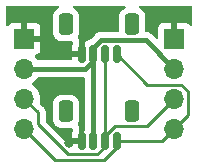
<source format=gbr>
%TF.GenerationSoftware,KiCad,Pcbnew,(6.0.7)*%
%TF.CreationDate,2023-02-25T22:11:09-06:00*%
%TF.ProjectId,4PinJstShBreakout,3450696e-4a73-4745-9368-427265616b6f,rev?*%
%TF.SameCoordinates,Original*%
%TF.FileFunction,Copper,L1,Top*%
%TF.FilePolarity,Positive*%
%FSLAX46Y46*%
G04 Gerber Fmt 4.6, Leading zero omitted, Abs format (unit mm)*
G04 Created by KiCad (PCBNEW (6.0.7)) date 2023-02-25 22:11:09*
%MOMM*%
%LPD*%
G01*
G04 APERTURE LIST*
G04 Aperture macros list*
%AMRoundRect*
0 Rectangle with rounded corners*
0 $1 Rounding radius*
0 $2 $3 $4 $5 $6 $7 $8 $9 X,Y pos of 4 corners*
0 Add a 4 corners polygon primitive as box body*
4,1,4,$2,$3,$4,$5,$6,$7,$8,$9,$2,$3,0*
0 Add four circle primitives for the rounded corners*
1,1,$1+$1,$2,$3*
1,1,$1+$1,$4,$5*
1,1,$1+$1,$6,$7*
1,1,$1+$1,$8,$9*
0 Add four rect primitives between the rounded corners*
20,1,$1+$1,$2,$3,$4,$5,0*
20,1,$1+$1,$4,$5,$6,$7,0*
20,1,$1+$1,$6,$7,$8,$9,0*
20,1,$1+$1,$8,$9,$2,$3,0*%
G04 Aperture macros list end*
%TA.AperFunction,ComponentPad*%
%ADD10R,1.700000X1.700000*%
%TD*%
%TA.AperFunction,ComponentPad*%
%ADD11O,1.700000X1.700000*%
%TD*%
%TA.AperFunction,SMDPad,CuDef*%
%ADD12RoundRect,0.150000X-0.150000X-0.625000X0.150000X-0.625000X0.150000X0.625000X-0.150000X0.625000X0*%
%TD*%
%TA.AperFunction,SMDPad,CuDef*%
%ADD13RoundRect,0.250000X-0.350000X-0.650000X0.350000X-0.650000X0.350000X0.650000X-0.350000X0.650000X0*%
%TD*%
%TA.AperFunction,ViaPad*%
%ADD14C,0.800000*%
%TD*%
%TA.AperFunction,Conductor*%
%ADD15C,0.381000*%
%TD*%
%TA.AperFunction,Conductor*%
%ADD16C,0.254000*%
%TD*%
G04 APERTURE END LIST*
D10*
%TO.P,J2,1,Pin_1*%
%TO.N,GND*%
X144780000Y-88900000D03*
D11*
%TO.P,J2,2,Pin_2*%
%TO.N,+3.3V*%
X144780000Y-91440000D03*
%TO.P,J2,3,Pin_3*%
%TO.N,SDA*%
X144780000Y-93980000D03*
%TO.P,J2,4,Pin_4*%
%TO.N,SCL*%
X144780000Y-96520000D03*
%TD*%
D10*
%TO.P,J4,1,Pin_1*%
%TO.N,GND*%
X157480000Y-88900000D03*
D11*
%TO.P,J4,2,Pin_2*%
%TO.N,+3.3V*%
X157480000Y-91440000D03*
%TO.P,J4,3,Pin_3*%
%TO.N,SDA*%
X157480000Y-93980000D03*
%TO.P,J4,4,Pin_4*%
%TO.N,SCL*%
X157480000Y-96520000D03*
%TD*%
D12*
%TO.P,J1,1,Pin_1*%
%TO.N,GND*%
X149630000Y-90225000D03*
%TO.P,J1,2,Pin_2*%
%TO.N,+3.3V*%
X150630000Y-90225000D03*
%TO.P,J1,3,Pin_3*%
%TO.N,SDA*%
X151630000Y-90225000D03*
%TO.P,J1,4,Pin_4*%
%TO.N,SCL*%
X152630000Y-90225000D03*
D13*
%TO.P,J1,MP*%
%TO.N,N/C*%
X153930000Y-87700000D03*
X148330000Y-87700000D03*
%TD*%
D12*
%TO.P,J3,1,Pin_1*%
%TO.N,GND*%
X149630000Y-97591000D03*
%TO.P,J3,2,Pin_2*%
%TO.N,+3.3V*%
X150630000Y-97591000D03*
%TO.P,J3,3,Pin_3*%
%TO.N,SDA*%
X151630000Y-97591000D03*
%TO.P,J3,4,Pin_4*%
%TO.N,SCL*%
X152630000Y-97591000D03*
D13*
%TO.P,J3,MP*%
%TO.N,N/C*%
X153930000Y-95066000D03*
X148330000Y-95066000D03*
%TD*%
D14*
%TO.N,GND*%
X151892000Y-87376000D03*
X150114000Y-88646000D03*
X147320000Y-89916000D03*
X147320000Y-92710000D03*
X148556964Y-97745536D03*
%TD*%
D15*
%TO.N,GND*%
X149630000Y-97591000D02*
X148711500Y-97591000D01*
X149630000Y-90225000D02*
X149630000Y-89130000D01*
X148711500Y-97591000D02*
X148556964Y-97745536D01*
X149630000Y-89130000D02*
X150114000Y-88646000D01*
%TO.N,+3.3V*%
X151256118Y-89059500D02*
X150630000Y-89685618D01*
X150630000Y-90764382D02*
X150630000Y-90225000D01*
X149954382Y-91440000D02*
X150630000Y-90764382D01*
X144780000Y-91440000D02*
X149954382Y-91440000D01*
X150630000Y-89685618D02*
X150630000Y-90225000D01*
X155099500Y-89059500D02*
X151256118Y-89059500D01*
X157480000Y-91440000D02*
X155099500Y-89059500D01*
X150630000Y-90225000D02*
X150630000Y-97591000D01*
D16*
%TO.N,SDA*%
X145957000Y-96173000D02*
X145957000Y-95157000D01*
X151630000Y-98040580D02*
X150977580Y-98693000D01*
X157480000Y-93980000D02*
X155167000Y-96293000D01*
X145957000Y-95157000D02*
X144780000Y-93980000D01*
X151630000Y-97141420D02*
X151630000Y-97591000D01*
X152478420Y-96293000D02*
X151630000Y-97141420D01*
X150977580Y-98693000D02*
X148477000Y-98693000D01*
X155167000Y-96293000D02*
X152478420Y-96293000D01*
X151630000Y-97591000D02*
X151630000Y-98040580D01*
X148477000Y-98693000D02*
X145957000Y-96173000D01*
X151630000Y-90225000D02*
X151630000Y-97591000D01*
%TO.N,SCL*%
X144780000Y-96520000D02*
X147406501Y-99146501D01*
X158657000Y-93379000D02*
X158657000Y-95343000D01*
X152630000Y-98040580D02*
X152630000Y-97591000D01*
X151524079Y-99146501D02*
X152630000Y-98040580D01*
X158657000Y-95343000D02*
X157480000Y-96520000D01*
X158081000Y-92803000D02*
X158657000Y-93379000D01*
X157480000Y-96520000D02*
X156409000Y-97591000D01*
X147406501Y-99146501D02*
X151524079Y-99146501D01*
X155208000Y-92803000D02*
X158081000Y-92803000D01*
X156409000Y-97591000D02*
X152630000Y-97591000D01*
X152630000Y-90225000D02*
X155208000Y-92803000D01*
%TD*%
%TA.AperFunction,Conductor*%
%TO.N,GND*%
G36*
X149873121Y-92159002D02*
G01*
X149919614Y-92212658D01*
X149931000Y-92265000D01*
X149931000Y-96218122D01*
X149910998Y-96286243D01*
X149892352Y-96304942D01*
X149884000Y-96323370D01*
X149884000Y-96648430D01*
X149873885Y-96697275D01*
X149870855Y-96702399D01*
X149868645Y-96710007D01*
X149868643Y-96710011D01*
X149854137Y-96759942D01*
X149824438Y-96862169D01*
X149823934Y-96868574D01*
X149823933Y-96868579D01*
X149821861Y-96894906D01*
X149821500Y-96899498D01*
X149821500Y-97719000D01*
X149801498Y-97787121D01*
X149747842Y-97833614D01*
X149695500Y-97845000D01*
X148840116Y-97845000D01*
X148824877Y-97849475D01*
X148823672Y-97850865D01*
X148820895Y-97863633D01*
X148786871Y-97925945D01*
X148724559Y-97959971D01*
X148653743Y-97954907D01*
X148608679Y-97925946D01*
X146629405Y-95946672D01*
X146595379Y-95884360D01*
X146592500Y-95857577D01*
X146592500Y-95766400D01*
X147221500Y-95766400D01*
X147221837Y-95769646D01*
X147221837Y-95769650D01*
X147230317Y-95851375D01*
X147232474Y-95872166D01*
X147288450Y-96039946D01*
X147381522Y-96190348D01*
X147506697Y-96315305D01*
X147657262Y-96408115D01*
X147706957Y-96424598D01*
X147818611Y-96461632D01*
X147818613Y-96461632D01*
X147825139Y-96463797D01*
X147831975Y-96464497D01*
X147831978Y-96464498D01*
X147875031Y-96468909D01*
X147929600Y-96474500D01*
X148730400Y-96474500D01*
X148733646Y-96474163D01*
X148733650Y-96474163D01*
X148753187Y-96472136D01*
X148775475Y-96469823D01*
X148845295Y-96482687D01*
X148897077Y-96531258D01*
X148914380Y-96600114D01*
X148896932Y-96659289D01*
X148875352Y-96695779D01*
X148869107Y-96710210D01*
X148826731Y-96856065D01*
X148824430Y-96868667D01*
X148822193Y-96897084D01*
X148822000Y-96902014D01*
X148822000Y-97318885D01*
X148826475Y-97334124D01*
X148827865Y-97335329D01*
X148835548Y-97337000D01*
X149357885Y-97337000D01*
X149373124Y-97332525D01*
X149374329Y-97331135D01*
X149376000Y-97323452D01*
X149376000Y-96329122D01*
X149371525Y-96313883D01*
X149349616Y-96294898D01*
X149340881Y-96290910D01*
X149302494Y-96231186D01*
X149302490Y-96160189D01*
X149316128Y-96129565D01*
X149368275Y-96044968D01*
X149368276Y-96044966D01*
X149372115Y-96038738D01*
X149427797Y-95870861D01*
X149438500Y-95766400D01*
X149438500Y-94365600D01*
X149437881Y-94359631D01*
X149428238Y-94266692D01*
X149428237Y-94266688D01*
X149427526Y-94259834D01*
X149371550Y-94092054D01*
X149278478Y-93941652D01*
X149153303Y-93816695D01*
X149012183Y-93729707D01*
X149008968Y-93727725D01*
X149008966Y-93727724D01*
X149002738Y-93723885D01*
X148842254Y-93670655D01*
X148841389Y-93670368D01*
X148841387Y-93670368D01*
X148834861Y-93668203D01*
X148828025Y-93667503D01*
X148828022Y-93667502D01*
X148784969Y-93663091D01*
X148730400Y-93657500D01*
X147929600Y-93657500D01*
X147926354Y-93657837D01*
X147926350Y-93657837D01*
X147830692Y-93667762D01*
X147830688Y-93667763D01*
X147823834Y-93668474D01*
X147817298Y-93670655D01*
X147817296Y-93670655D01*
X147685194Y-93714728D01*
X147656054Y-93724450D01*
X147505652Y-93817522D01*
X147380695Y-93942697D01*
X147287885Y-94093262D01*
X147232203Y-94261139D01*
X147221500Y-94365600D01*
X147221500Y-95766400D01*
X146592500Y-95766400D01*
X146592500Y-95236020D01*
X146593029Y-95224791D01*
X146594708Y-95217281D01*
X146592562Y-95149001D01*
X146592500Y-95145044D01*
X146592500Y-95117017D01*
X146591989Y-95112971D01*
X146591057Y-95101136D01*
X146590998Y-95099242D01*
X146589664Y-95056795D01*
X146583987Y-95037254D01*
X146579978Y-95017894D01*
X146578421Y-95005566D01*
X146578420Y-95005563D01*
X146577427Y-94997701D01*
X146574510Y-94990335D01*
X146574509Y-94990329D01*
X146561091Y-94956439D01*
X146557246Y-94945210D01*
X146544869Y-94902607D01*
X146540836Y-94895788D01*
X146540834Y-94895783D01*
X146534510Y-94885091D01*
X146525813Y-94867341D01*
X146518319Y-94848412D01*
X146492240Y-94812517D01*
X146485722Y-94802595D01*
X146467170Y-94771224D01*
X146467166Y-94771219D01*
X146463134Y-94764401D01*
X146448747Y-94750014D01*
X146435906Y-94734980D01*
X146428602Y-94724927D01*
X146423942Y-94718513D01*
X146389750Y-94690227D01*
X146380971Y-94682238D01*
X146131877Y-94433144D01*
X146097851Y-94370832D01*
X146100414Y-94307420D01*
X146110865Y-94273022D01*
X146112370Y-94268069D01*
X146141529Y-94046590D01*
X146143156Y-93980000D01*
X146124852Y-93757361D01*
X146070431Y-93540702D01*
X145981354Y-93335840D01*
X145904296Y-93216726D01*
X145862822Y-93152617D01*
X145862820Y-93152614D01*
X145860014Y-93148277D01*
X145709670Y-92983051D01*
X145705619Y-92979852D01*
X145705615Y-92979848D01*
X145538414Y-92847800D01*
X145538410Y-92847798D01*
X145534359Y-92844598D01*
X145493053Y-92821796D01*
X145443084Y-92771364D01*
X145428312Y-92701921D01*
X145453428Y-92635516D01*
X145480780Y-92608909D01*
X145524603Y-92577650D01*
X145659860Y-92481173D01*
X145818096Y-92323489D01*
X145860125Y-92265000D01*
X145912958Y-92191474D01*
X145968953Y-92147826D01*
X146015281Y-92139000D01*
X149805000Y-92139000D01*
X149873121Y-92159002D01*
G37*
%TD.AperFunction*%
%TA.AperFunction,Conductor*%
G36*
X147703560Y-86126502D02*
G01*
X147750053Y-86180158D01*
X147760157Y-86250432D01*
X147730663Y-86315012D01*
X147675315Y-86352024D01*
X147656054Y-86358450D01*
X147505652Y-86451522D01*
X147380695Y-86576697D01*
X147287885Y-86727262D01*
X147232203Y-86895139D01*
X147221500Y-86999600D01*
X147221500Y-88400400D01*
X147221837Y-88403646D01*
X147221837Y-88403650D01*
X147231638Y-88498107D01*
X147232474Y-88506166D01*
X147288450Y-88673946D01*
X147381522Y-88824348D01*
X147506697Y-88949305D01*
X147512927Y-88953145D01*
X147512928Y-88953146D01*
X147595930Y-89004309D01*
X147657262Y-89042115D01*
X147737005Y-89068564D01*
X147818611Y-89095632D01*
X147818613Y-89095632D01*
X147825139Y-89097797D01*
X147831975Y-89098497D01*
X147831978Y-89098498D01*
X147875031Y-89102909D01*
X147929600Y-89108500D01*
X148730400Y-89108500D01*
X148733646Y-89108163D01*
X148733650Y-89108163D01*
X148753187Y-89106136D01*
X148775475Y-89103823D01*
X148845295Y-89116687D01*
X148897077Y-89165258D01*
X148914380Y-89234114D01*
X148896932Y-89293289D01*
X148875352Y-89329779D01*
X148869107Y-89344210D01*
X148826731Y-89490065D01*
X148824430Y-89502667D01*
X148822193Y-89531084D01*
X148822000Y-89536014D01*
X148822000Y-89952885D01*
X148826475Y-89968124D01*
X148827865Y-89969329D01*
X148835548Y-89971000D01*
X149357885Y-89971000D01*
X149373124Y-89966525D01*
X149374329Y-89965135D01*
X149376000Y-89957452D01*
X149376000Y-88963122D01*
X149371525Y-88947883D01*
X149349616Y-88928898D01*
X149340881Y-88924910D01*
X149302494Y-88865186D01*
X149302490Y-88794189D01*
X149316128Y-88763565D01*
X149368275Y-88678968D01*
X149368276Y-88678966D01*
X149372115Y-88672738D01*
X149427797Y-88504861D01*
X149428698Y-88496073D01*
X149434551Y-88438944D01*
X149438500Y-88400400D01*
X149438500Y-86999600D01*
X149427526Y-86893834D01*
X149371550Y-86726054D01*
X149278478Y-86575652D01*
X149153303Y-86450695D01*
X149147072Y-86446854D01*
X149008968Y-86361725D01*
X149008966Y-86361724D01*
X149002738Y-86357885D01*
X148985274Y-86352093D01*
X148926915Y-86311662D01*
X148899679Y-86246097D01*
X148912213Y-86176216D01*
X148960538Y-86124204D01*
X149024943Y-86106500D01*
X153235439Y-86106500D01*
X153303560Y-86126502D01*
X153350053Y-86180158D01*
X153360157Y-86250432D01*
X153330663Y-86315012D01*
X153275315Y-86352024D01*
X153256054Y-86358450D01*
X153105652Y-86451522D01*
X152980695Y-86576697D01*
X152887885Y-86727262D01*
X152832203Y-86895139D01*
X152821500Y-86999600D01*
X152821500Y-88234500D01*
X152801498Y-88302621D01*
X152747842Y-88349114D01*
X152695500Y-88360500D01*
X151284718Y-88360500D01*
X151276147Y-88360208D01*
X151219267Y-88356330D01*
X151157183Y-88367166D01*
X151150704Y-88368122D01*
X151088158Y-88375691D01*
X151081056Y-88378375D01*
X151077574Y-88379230D01*
X151063539Y-88383070D01*
X151060091Y-88384111D01*
X151052601Y-88385418D01*
X151045640Y-88388474D01*
X151045639Y-88388474D01*
X150994923Y-88410737D01*
X150988815Y-88413230D01*
X150937004Y-88432808D01*
X150929896Y-88435494D01*
X150923630Y-88439800D01*
X150920475Y-88441450D01*
X150907683Y-88448569D01*
X150904639Y-88450369D01*
X150897685Y-88453422D01*
X150891657Y-88458047D01*
X150891656Y-88458048D01*
X150847722Y-88491760D01*
X150842385Y-88495638D01*
X150828966Y-88504861D01*
X150790466Y-88531321D01*
X150785414Y-88536991D01*
X150785413Y-88536992D01*
X150749600Y-88577188D01*
X150744619Y-88582464D01*
X150408174Y-88918909D01*
X150354232Y-88950811D01*
X150224012Y-88988643D01*
X150224010Y-88988644D01*
X150216399Y-88990855D01*
X150193649Y-89004310D01*
X150124835Y-89021770D01*
X150065370Y-89004311D01*
X150050221Y-88995352D01*
X150035790Y-88989107D01*
X149901395Y-88950061D01*
X149887294Y-88950101D01*
X149884000Y-88957370D01*
X149884000Y-89282430D01*
X149873885Y-89331275D01*
X149870855Y-89336399D01*
X149868645Y-89344007D01*
X149868643Y-89344011D01*
X149845282Y-89424422D01*
X149824438Y-89496169D01*
X149823934Y-89502574D01*
X149823933Y-89502579D01*
X149821693Y-89531042D01*
X149821500Y-89533498D01*
X149821500Y-90353000D01*
X149801498Y-90421121D01*
X149747842Y-90467614D01*
X149695500Y-90479000D01*
X148840116Y-90479000D01*
X148824877Y-90483475D01*
X148823672Y-90484865D01*
X148822001Y-90492548D01*
X148822001Y-90615000D01*
X148801999Y-90683121D01*
X148748343Y-90729614D01*
X148696001Y-90741000D01*
X146014431Y-90741000D01*
X145946310Y-90720998D01*
X145908639Y-90683440D01*
X145862822Y-90612617D01*
X145862820Y-90612614D01*
X145860014Y-90608277D01*
X145856540Y-90604459D01*
X145856533Y-90604450D01*
X145712435Y-90446088D01*
X145681383Y-90382242D01*
X145689779Y-90311744D01*
X145734956Y-90256976D01*
X145761400Y-90243307D01*
X145868052Y-90203325D01*
X145883649Y-90194786D01*
X145985724Y-90118285D01*
X145998285Y-90105724D01*
X146074786Y-90003649D01*
X146083324Y-89988054D01*
X146128478Y-89867606D01*
X146132105Y-89852351D01*
X146137631Y-89801486D01*
X146138000Y-89794672D01*
X146138000Y-89172115D01*
X146133525Y-89156876D01*
X146132135Y-89155671D01*
X146124452Y-89154000D01*
X144652000Y-89154000D01*
X144583879Y-89133998D01*
X144537386Y-89080342D01*
X144526000Y-89028000D01*
X144526000Y-88627885D01*
X145034000Y-88627885D01*
X145038475Y-88643124D01*
X145039865Y-88644329D01*
X145047548Y-88646000D01*
X146119884Y-88646000D01*
X146135123Y-88641525D01*
X146136328Y-88640135D01*
X146137999Y-88632452D01*
X146137999Y-88005331D01*
X146137629Y-87998510D01*
X146132105Y-87947648D01*
X146128479Y-87932396D01*
X146083324Y-87811946D01*
X146074786Y-87796351D01*
X145998285Y-87694276D01*
X145985724Y-87681715D01*
X145883649Y-87605214D01*
X145868054Y-87596676D01*
X145747606Y-87551522D01*
X145732351Y-87547895D01*
X145681486Y-87542369D01*
X145674672Y-87542000D01*
X145052115Y-87542000D01*
X145036876Y-87546475D01*
X145035671Y-87547865D01*
X145034000Y-87555548D01*
X145034000Y-88627885D01*
X144526000Y-88627885D01*
X144526000Y-87560116D01*
X144521525Y-87544877D01*
X144520135Y-87543672D01*
X144512452Y-87542001D01*
X143885331Y-87542001D01*
X143878510Y-87542371D01*
X143827648Y-87547895D01*
X143812396Y-87551521D01*
X143691946Y-87596676D01*
X143676351Y-87605214D01*
X143574276Y-87681715D01*
X143561719Y-87694272D01*
X143483327Y-87798871D01*
X143426467Y-87841386D01*
X143355649Y-87846412D01*
X143293355Y-87812352D01*
X143259365Y-87750021D01*
X143256500Y-87723306D01*
X143256500Y-86232500D01*
X143276502Y-86164379D01*
X143330158Y-86117886D01*
X143382500Y-86106500D01*
X147635439Y-86106500D01*
X147703560Y-86126502D01*
G37*
%TD.AperFunction*%
%TA.AperFunction,Conductor*%
G36*
X158945621Y-86126502D02*
G01*
X158992114Y-86180158D01*
X159003500Y-86232500D01*
X159003500Y-87723306D01*
X158983498Y-87791427D01*
X158929842Y-87837920D01*
X158859568Y-87848024D01*
X158794988Y-87818530D01*
X158776673Y-87798871D01*
X158698281Y-87694272D01*
X158685724Y-87681715D01*
X158583649Y-87605214D01*
X158568054Y-87596676D01*
X158447606Y-87551522D01*
X158432351Y-87547895D01*
X158381486Y-87542369D01*
X158374672Y-87542000D01*
X157752115Y-87542000D01*
X157736876Y-87546475D01*
X157735671Y-87547865D01*
X157734000Y-87555548D01*
X157734000Y-89028000D01*
X157713998Y-89096121D01*
X157660342Y-89142614D01*
X157608000Y-89154000D01*
X157352000Y-89154000D01*
X157283879Y-89133998D01*
X157237386Y-89080342D01*
X157226000Y-89028000D01*
X157226000Y-87560116D01*
X157221525Y-87544877D01*
X157220135Y-87543672D01*
X157212452Y-87542001D01*
X156585331Y-87542001D01*
X156578510Y-87542371D01*
X156527648Y-87547895D01*
X156512396Y-87551521D01*
X156391946Y-87596676D01*
X156376351Y-87605214D01*
X156274276Y-87681715D01*
X156261715Y-87694276D01*
X156185214Y-87796351D01*
X156176676Y-87811946D01*
X156131522Y-87932394D01*
X156127895Y-87947649D01*
X156122369Y-87998514D01*
X156122000Y-88005328D01*
X156122001Y-88789275D01*
X156101999Y-88857396D01*
X156048343Y-88903889D01*
X155978069Y-88913993D01*
X155913489Y-88884500D01*
X155906906Y-88878370D01*
X155613996Y-88585460D01*
X155608143Y-88579195D01*
X155575653Y-88541951D01*
X155575650Y-88541948D01*
X155570658Y-88536226D01*
X155519122Y-88500006D01*
X155513826Y-88496073D01*
X155470237Y-88461894D01*
X155470234Y-88461892D01*
X155464260Y-88457208D01*
X155457336Y-88454082D01*
X155454301Y-88452244D01*
X155441602Y-88445000D01*
X155438454Y-88443312D01*
X155432239Y-88438944D01*
X155373550Y-88416062D01*
X155367505Y-88413522D01*
X155310065Y-88387587D01*
X155302592Y-88386202D01*
X155299174Y-88385131D01*
X155285185Y-88381146D01*
X155281693Y-88380249D01*
X155274611Y-88377488D01*
X155267078Y-88376496D01*
X155267077Y-88376496D01*
X155212170Y-88369267D01*
X155205657Y-88368235D01*
X155143714Y-88356755D01*
X155144226Y-88353991D01*
X155089851Y-88334234D01*
X155046823Y-88277762D01*
X155038500Y-88232728D01*
X155038500Y-86999600D01*
X155027526Y-86893834D01*
X154971550Y-86726054D01*
X154878478Y-86575652D01*
X154753303Y-86450695D01*
X154747072Y-86446854D01*
X154608968Y-86361725D01*
X154608966Y-86361724D01*
X154602738Y-86357885D01*
X154585274Y-86352093D01*
X154526915Y-86311662D01*
X154499679Y-86246097D01*
X154512213Y-86176216D01*
X154560538Y-86124204D01*
X154624943Y-86106500D01*
X158877500Y-86106500D01*
X158945621Y-86126502D01*
G37*
%TD.AperFunction*%
%TD*%
M02*

</source>
